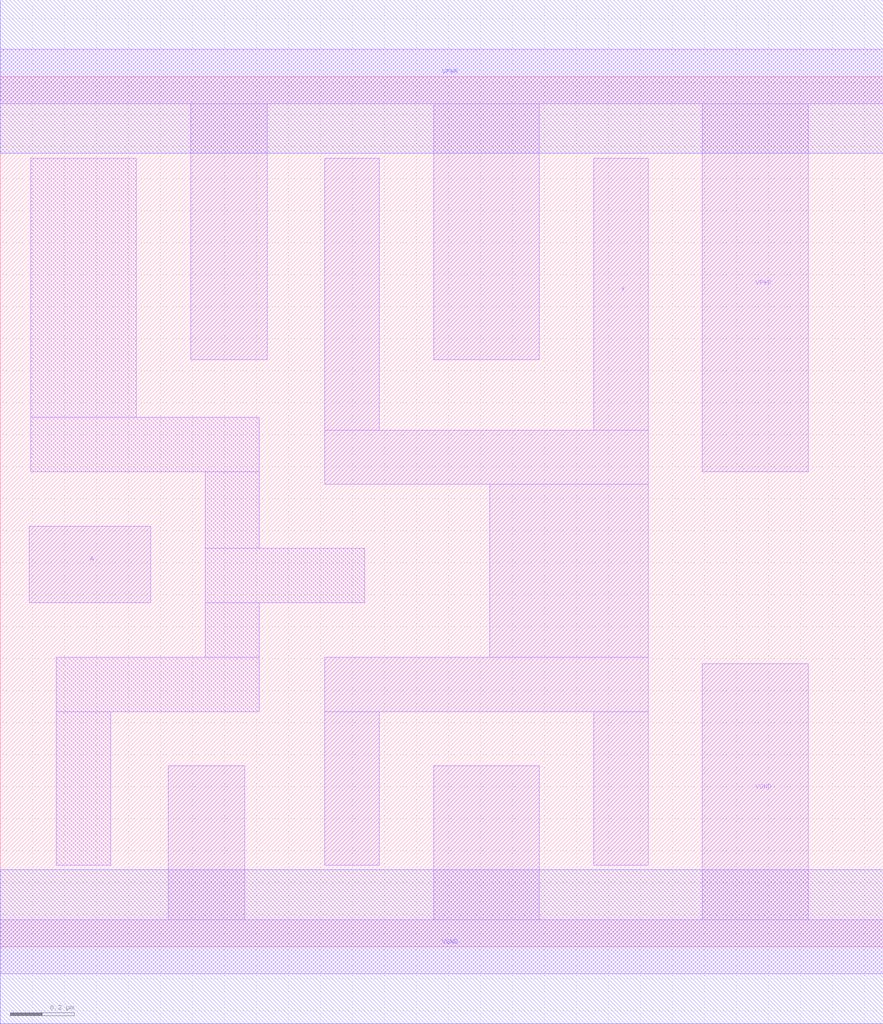
<source format=lef>
# Copyright 2020 The SkyWater PDK Authors
#
# Licensed under the Apache License, Version 2.0 (the "License");
# you may not use this file except in compliance with the License.
# You may obtain a copy of the License at
#
#     https://www.apache.org/licenses/LICENSE-2.0
#
# Unless required by applicable law or agreed to in writing, software
# distributed under the License is distributed on an "AS IS" BASIS,
# WITHOUT WARRANTIES OR CONDITIONS OF ANY KIND, either express or implied.
# See the License for the specific language governing permissions and
# limitations under the License.
#
# SPDX-License-Identifier: Apache-2.0

VERSION 5.5 ;
NAMESCASESENSITIVE ON ;
BUSBITCHARS "[]" ;
DIVIDERCHAR "/" ;
MACRO sky130_fd_sc_hd__buf_4
  CLASS CORE ;
  SOURCE USER ;
  ORIGIN  0.000000  0.000000 ;
  SIZE  2.760000 BY  2.720000 ;
  SYMMETRY X Y R90 ;
  SITE unithd ;
  PIN A
    ANTENNAGATEAREA  0.247500 ;
    DIRECTION INPUT ;
    USE SIGNAL ;
    PORT
      LAYER li1 ;
        RECT 0.090000 1.075000 0.470000 1.315000 ;
    END
  END A
  PIN X
    ANTENNADIFFAREA  0.891000 ;
    DIRECTION OUTPUT ;
    USE SIGNAL ;
    PORT
      LAYER li1 ;
        RECT 1.015000 0.255000 1.185000 0.735000 ;
        RECT 1.015000 0.735000 2.025000 0.905000 ;
        RECT 1.015000 1.445000 2.025000 1.615000 ;
        RECT 1.015000 1.615000 1.185000 2.465000 ;
        RECT 1.530000 0.905000 2.025000 1.445000 ;
        RECT 1.855000 0.255000 2.025000 0.735000 ;
        RECT 1.855000 1.615000 2.025000 2.465000 ;
    END
  END X
  PIN VGND
    DIRECTION INOUT ;
    SHAPE ABUTMENT ;
    USE GROUND ;
    PORT
      LAYER li1 ;
        RECT 0.000000 -0.085000 2.760000 0.085000 ;
        RECT 0.525000  0.085000 0.765000 0.565000 ;
        RECT 1.355000  0.085000 1.685000 0.565000 ;
        RECT 2.195000  0.085000 2.525000 0.885000 ;
    END
    PORT
      LAYER met1 ;
        RECT 0.000000 -0.240000 2.760000 0.240000 ;
    END
  END VGND
  PIN VPWR
    DIRECTION INOUT ;
    SHAPE ABUTMENT ;
    USE POWER ;
    PORT
      LAYER li1 ;
        RECT 0.000000 2.635000 2.760000 2.805000 ;
        RECT 0.595000 1.835000 0.835000 2.635000 ;
        RECT 1.355000 1.835000 1.685000 2.635000 ;
        RECT 2.195000 1.485000 2.525000 2.635000 ;
    END
    PORT
      LAYER met1 ;
        RECT 0.000000 2.480000 2.760000 2.960000 ;
    END
  END VPWR
  OBS
    LAYER li1 ;
      RECT 0.095000 1.485000 0.810000 1.655000 ;
      RECT 0.095000 1.655000 0.425000 2.465000 ;
      RECT 0.175000 0.255000 0.345000 0.735000 ;
      RECT 0.175000 0.735000 0.810000 0.905000 ;
      RECT 0.640000 0.905000 0.810000 1.075000 ;
      RECT 0.640000 1.075000 1.140000 1.245000 ;
      RECT 0.640000 1.245000 0.810000 1.485000 ;
  END
END sky130_fd_sc_hd__buf_4
END LIBRARY

</source>
